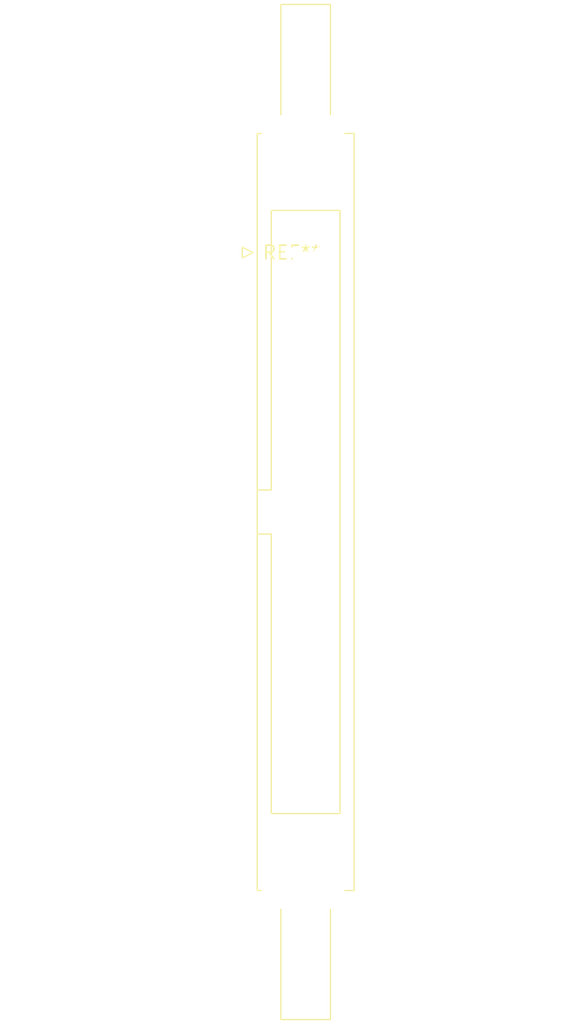
<source format=kicad_pcb>
(kicad_pcb (version 20240108) (generator pcbnew)
  (layers (0 "F.Cu" signal) (31 "B.Cu" signal) (34 "B.Paste" user) (35 "F.Paste" user) (36 "B.SilkS" user "B.Silkscreen") (37 "F.SilkS" user "F.Silkscreen") (38 "B.Mask" user) (39 "F.Mask" user) (44 "Edge.Cuts" user))
  (net 0 "")
  (footprint "IDC-Header_2x20-1MP_P2.54mm_Latch12.0mm_Vertical" (layer "F.Cu") (at 0 0)
    (property "Reference" "REF**")
    (property "Value" "IDC-Header_2x20-1MP_P2.54mm_Latch12.0mm_Vertical")
    (fp_line (start -4.63 -0.5) (end -4.63 0.5) (layer "F.SilkS") (stroke (width 0.12)))
    (fp_line (start -4.63 0.5) (end -3.63 0) (layer "F.SilkS") (stroke (width 0.12)))
    (fp_line (start -3.63 0) (end -4.63 -0.5) (layer "F.SilkS") (stroke (width 0.12)))
    (fp_line (start -3.24 -11.08) (end -3.24 59.34) (layer "F.SilkS") (stroke (width 0.12)))
    (fp_line (start -3.24 22.08) (end -1.93 22.08) (layer "F.SilkS") (stroke (width 0.12)))
    (fp_line (start -3.24 59.34) (end -2.87 59.34) (layer "F.SilkS") (stroke (width 0.12)))
    (fp_line (start -2.87 -11.08) (end -3.24 -11.08) (layer "F.SilkS") (stroke (width 0.12)))
    (fp_line (start -1.93 -3.92) (end 4.47 -3.92) (layer "F.SilkS") (stroke (width 0.12)))
    (fp_line (start -1.93 22.08) (end -1.93 -3.92) (layer "F.SilkS") (stroke (width 0.12)))
    (fp_line (start -1.93 26.18) (end -3.24 26.18) (layer "F.SilkS") (stroke (width 0.12)))
    (fp_line (start -1.93 26.18) (end -1.93 26.18) (layer "F.SilkS") (stroke (width 0.12)))
    (fp_line (start -1.93 52.18) (end -1.93 26.18) (layer "F.SilkS") (stroke (width 0.12)))
    (fp_line (start -1.04 -23.08) (end 3.58 -23.08) (layer "F.SilkS") (stroke (width 0.12)))
    (fp_line (start -1.04 -12.83) (end -1.04 -23.08) (layer "F.SilkS") (stroke (width 0.12)))
    (fp_line (start -1.04 61.09) (end -1.04 71.34) (layer "F.SilkS") (stroke (width 0.12)))
    (fp_line (start -1.04 71.34) (end 3.58 71.34) (layer "F.SilkS") (stroke (width 0.12)))
    (fp_line (start 3.58 -23.08) (end 3.58 -12.83) (layer "F.SilkS") (stroke (width 0.12)))
    (fp_line (start 3.58 71.34) (end 3.58 61.09) (layer "F.SilkS") (stroke (width 0.12)))
    (fp_line (start 4.47 -3.92) (end 4.47 52.18) (layer "F.SilkS") (stroke (width 0.12)))
    (fp_line (start 4.47 52.18) (end -1.93 52.18) (layer "F.SilkS") (stroke (width 0.12)))
    (fp_line (start 4.91 -11.08) (end 5.78 -11.08) (layer "F.SilkS") (stroke (width 0.12)))
    (fp_line (start 5.78 -11.08) (end 5.78 59.34) (layer "F.SilkS") (stroke (width 0.12)))
    (fp_line (start 5.78 59.34) (end 4.91 59.34) (layer "F.SilkS") (stroke (width 0.12)))
    (pad "1" thru_hole roundrect (at 0 0) (size 1.7 1.7) (drill 1) (layers *.Cu *.Mask) (remove_unused_layers) (roundrect_rratio 0.147059))
    (pad "2" thru_hole circle (at 2.54 0) (size 1.7 1.7) (drill 1) (layers *.Cu *.Mask) (remove_unused_layers))
    (pad "3" thru_hole circle (at 0 2.54) (size 1.7 1.7) (drill 1) (layers *.Cu *.Mask) (remove_unused_layers))
    (pad "4" thru_hole circle (at 2.54 2.54) (size 1.7 1.7) (drill 1) (layers *.Cu *.Mask) (remove_unused_layers))
    (pad "5" thru_hole circle (at 0 5.08) (size 1.7 1.7) (drill 1) (layers *.Cu *.Mask) (remove_unused_layers))
    (pad "6" thru_hole circle (at 2.54 5.08) (size 1.7 1.7) (drill 1) (layers *.Cu *.Mask) (remove_unused_layers))
    (pad "7" thru_hole circle (at 0 7.62) (size 1.7 1.7) (drill 1) (layers *.Cu *.Mask) (remove_unused_layers))
    (pad "8" thru_hole circle (at 2.54 7.62) (size 1.7 1.7) (drill 1) (layers *.Cu *.Mask) (remove_unused_layers))
    (pad "9" thru_hole circle (at 0 10.16) (size 1.7 1.7) (drill 1) (layers *.Cu *.Mask) (remove_unused_layers))
    (pad "10" thru_hole circle (at 2.54 10.16) (size 1.7 1.7) (drill 1) (layers *.Cu *.Mask) (remove_unused_layers))
    (pad "11" thru_hole circle (at 0 12.7) (size 1.7 1.7) (drill 1) (layers *.Cu *.Mask) (remove_unused_layers))
    (pad "12" thru_hole circle (at 2.54 12.7) (size 1.7 1.7) (drill 1) (layers *.Cu *.Mask) (remove_unused_layers))
    (pad "13" thru_hole circle (at 0 15.24) (size 1.7 1.7) (drill 1) (layers *.Cu *.Mask) (remove_unused_layers))
    (pad "14" thru_hole circle (at 2.54 15.24) (size 1.7 1.7) (drill 1) (layers *.Cu *.Mask) (remove_unused_layers))
    (pad "15" thru_hole circle (at 0 17.78) (size 1.7 1.7) (drill 1) (layers *.Cu *.Mask) (remove_unused_layers))
    (pad "16" thru_hole circle (at 2.54 17.78) (size 1.7 1.7) (drill 1) (layers *.Cu *.Mask) (remove_unused_layers))
    (pad "17" thru_hole circle (at 0 20.32) (size 1.7 1.7) (drill 1) (layers *.Cu *.Mask) (remove_unused_layers))
    (pad "18" thru_hole circle (at 2.54 20.32) (size 1.7 1.7) (drill 1) (layers *.Cu *.Mask) (remove_unused_layers))
    (pad "19" thru_hole circle (at 0 22.86) (size 1.7 1.7) (drill 1) (layers *.Cu *.Mask) (remove_unused_layers))
    (pad "20" thru_hole circle (at 2.54 22.86) (size 1.7 1.7) (drill 1) (layers *.Cu *.Mask) (remove_unused_layers))
    (pad "21" thru_hole circle (at 0 25.4) (size 1.7 1.7) (drill 1) (layers *.Cu *.Mask) (remove_unused_layers))
    (pad "22" thru_hole circle (at 2.54 25.4) (size 1.7 1.7) (drill 1) (layers *.Cu *.Mask) (remove_unused_layers))
    (pad "23" thru_hole circle (at 0 27.94) (size 1.7 1.7) (drill 1) (layers *.Cu *.Mask) (remove_unused_layers))
    (pad "24" thru_hole circle (at 2.54 27.94) (size 1.7 1.7) (drill 1) (layers *.Cu *.Mask) (remove_unused_layers))
    (pad "25" thru_hole circle (at 0 30.48) (size 1.7 1.7) (drill 1) (layers *.Cu *.Mask) (remove_unused_layers))
    (pad "26" thru_hole circle (at 2.54 30.48) (size 1.7 1.7) (drill 1) (layers *.Cu *.Mask) (remove_unused_layers))
    (pad "27" thru_hole circle (at 0 33.02) (size 1.7 1.7) (drill 1) (layers *.Cu *.Mask) (remove_unused_layers))
    (pad "28" thru_hole circle (at 2.54 33.02) (size 1.7 1.7) (drill 1) (layers *.Cu *.Mask) (remove_unused_layers))
    (pad "29" thru_hole circle (at 0 35.56) (size 1.7 1.7) (drill 1) (layers *.Cu *.Mask) (remove_unused_layers))
    (pad "30" thru_hole circle (at 2.54 35.56) (size 1.7 1.7) (drill 1) (layers *.Cu *.Mask) (remove_unused_layers))
    (pad "31" thru_hole circle (at 0 38.1) (size 1.7 1.7) (drill 1) (layers *.Cu *.Mask) (remove_unused_layers))
    (pad "32" thru_hole circle (at 2.54 38.1) (size 1.7 1.7) (drill 1) (layers *.Cu *.Mask) (remove_unused_layers))
    (pad "33" thru_hole circle (at 0 40.64) (size 1.7 1.7) (drill 1) (layers *.Cu *.Mask) (remove_unused_layers))
    (pad "34" thru_hole circle (at 2.54 40.64) (size 1.7 1.7) (drill 1) (layers *.Cu *.Mask) (remove_unused_layers))
    (pad "35" thru_hole circle (at 0 43.18) (size 1.7 1.7) (drill 1) (layers *.Cu *.Mask) (remove_unused_layers))
    (pad "36" thru_hole circle (at 2.54 43.18) (size 1.7 1.7) (drill 1) (layers *.Cu *.Mask) (remove_unused_layers))
    (pad "37" thru_hole circle (at 0 45.72) (size 1.7 1.7) (drill 1) (layers *.Cu *.Mask) (remove_unused_layers))
    (pad "38" thru_hole circle (at 2.54 45.72) (size 1.7 1.7) (drill 1) (layers *.Cu *.Mask) (remove_unused_layers))
    (pad "39" thru_hole circle (at 0 48.26) (size 1.7 1.7) (drill 1) (layers *.Cu *.Mask) (remove_unused_layers))
    (pad "40" thru_hole circle (at 2.54 48.26) (size 1.7 1.7) (drill 1) (layers *.Cu *.Mask) (remove_unused_layers))
    (pad "MP" thru_hole circle (at 1.02 -8.94) (size 8 8) (drill 2.69) (layers *.Cu *.Mask) (remove_unused_layers))
    (pad "MP" thru_hole circle (at 1.02 57.2) (size 8 8) (drill 2.69) (layers *.Cu *.Mask) (remove_unused_layers))
  )
)
</source>
